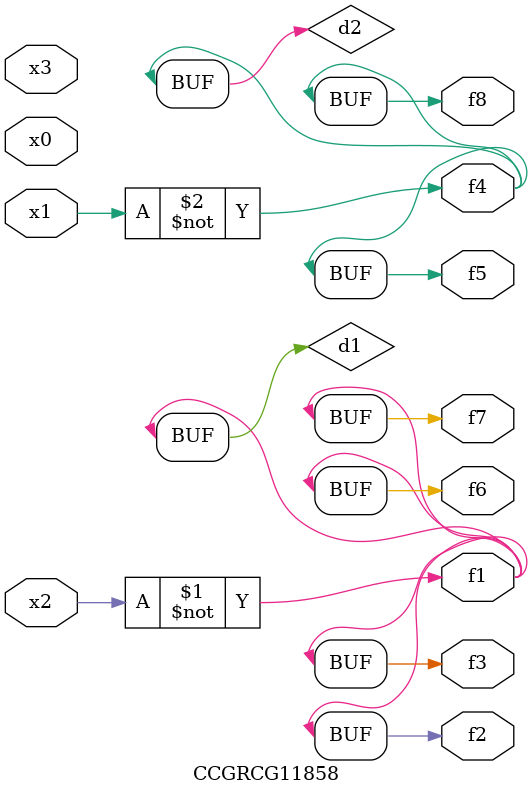
<source format=v>
module CCGRCG11858(
	input x0, x1, x2, x3,
	output f1, f2, f3, f4, f5, f6, f7, f8
);

	wire d1, d2;

	xnor (d1, x2);
	not (d2, x1);
	assign f1 = d1;
	assign f2 = d1;
	assign f3 = d1;
	assign f4 = d2;
	assign f5 = d2;
	assign f6 = d1;
	assign f7 = d1;
	assign f8 = d2;
endmodule

</source>
